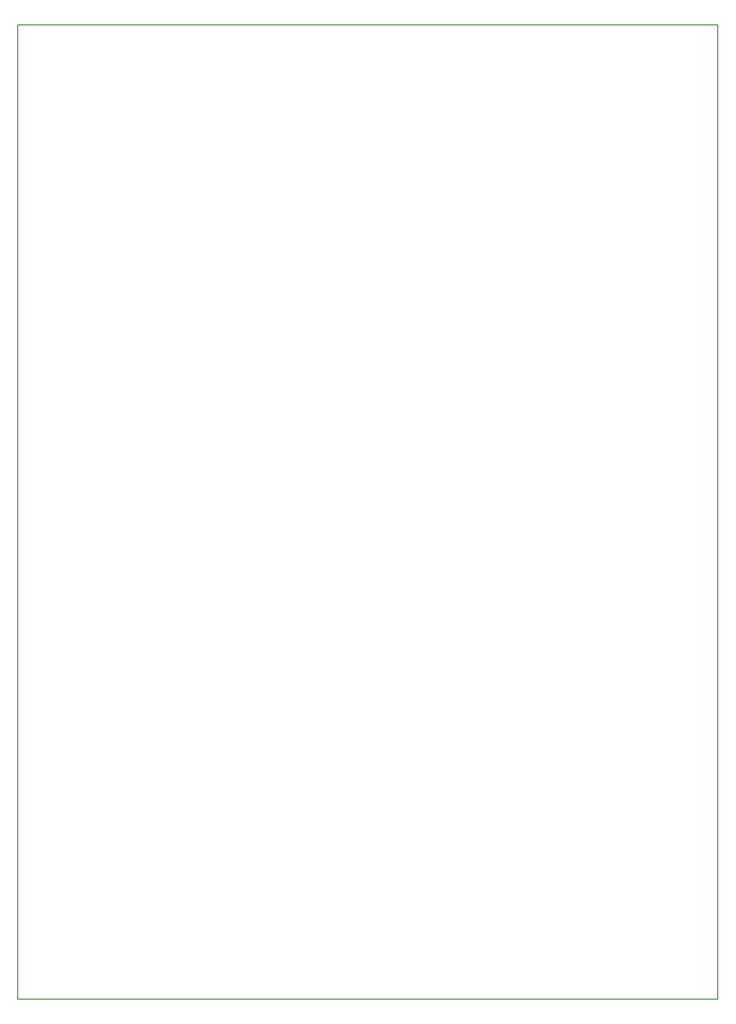
<source format=gbr>
G04 #@! TF.FileFunction,Profile,NP*
%FSLAX46Y46*%
G04 Gerber Fmt 4.6, Leading zero omitted, Abs format (unit mm)*
G04 Created by KiCad (PCBNEW 4.0.4-stable) date 12/10/17 16:08:38*
%MOMM*%
%LPD*%
G01*
G04 APERTURE LIST*
%ADD10C,0.100000*%
%ADD11C,0.150000*%
G04 APERTURE END LIST*
D10*
D11*
X38100000Y-20320000D02*
X38100000Y-182880000D01*
X154940000Y-20320000D02*
X38100000Y-20320000D01*
X154940000Y-182880000D02*
X154940000Y-20320000D01*
X38100000Y-182880000D02*
X154940000Y-182880000D01*
M02*

</source>
